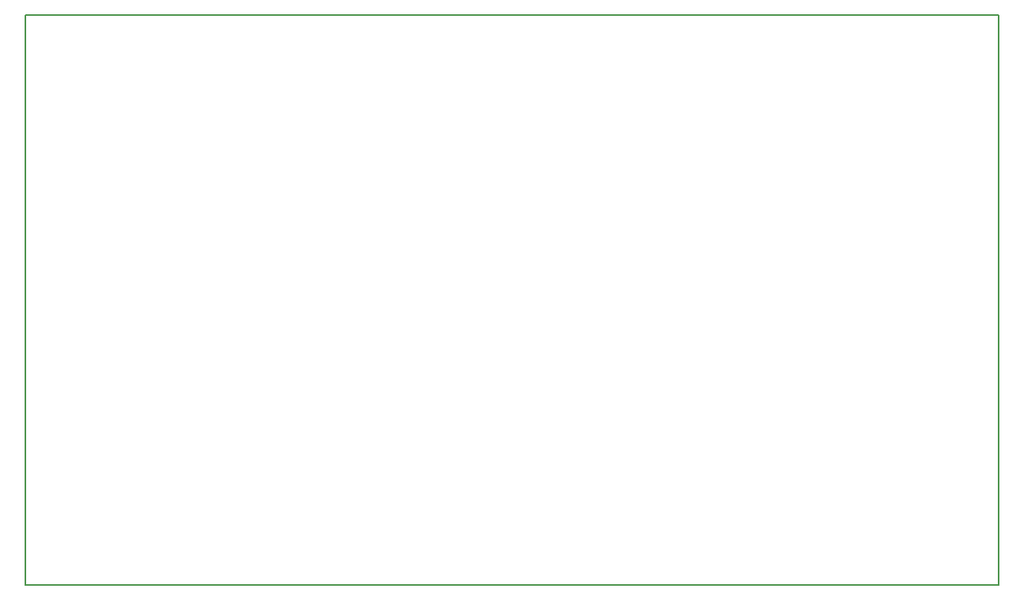
<source format=gbr>
%TF.GenerationSoftware,KiCad,Pcbnew,7.0.10*%
%TF.CreationDate,2024-08-09T23:07:07+02:00*%
%TF.ProjectId,Kicad_Projet_Trains_Sons,4b696361-645f-4507-926f-6a65745f5472,V2*%
%TF.SameCoordinates,Original*%
%TF.FileFunction,Profile,NP*%
%FSLAX46Y46*%
G04 Gerber Fmt 4.6, Leading zero omitted, Abs format (unit mm)*
G04 Created by KiCad (PCBNEW 7.0.10) date 2024-08-09 23:07:07*
%MOMM*%
%LPD*%
G01*
G04 APERTURE LIST*
%TA.AperFunction,Profile*%
%ADD10C,0.200000*%
%TD*%
G04 APERTURE END LIST*
D10*
X164400000Y-37500000D02*
X164400000Y-98400000D01*
X60400000Y-98400000D02*
X60400000Y-37500000D01*
X60400000Y-37500000D02*
X164400000Y-37500000D01*
X164400000Y-98400000D02*
X60400000Y-98400000D01*
M02*

</source>
